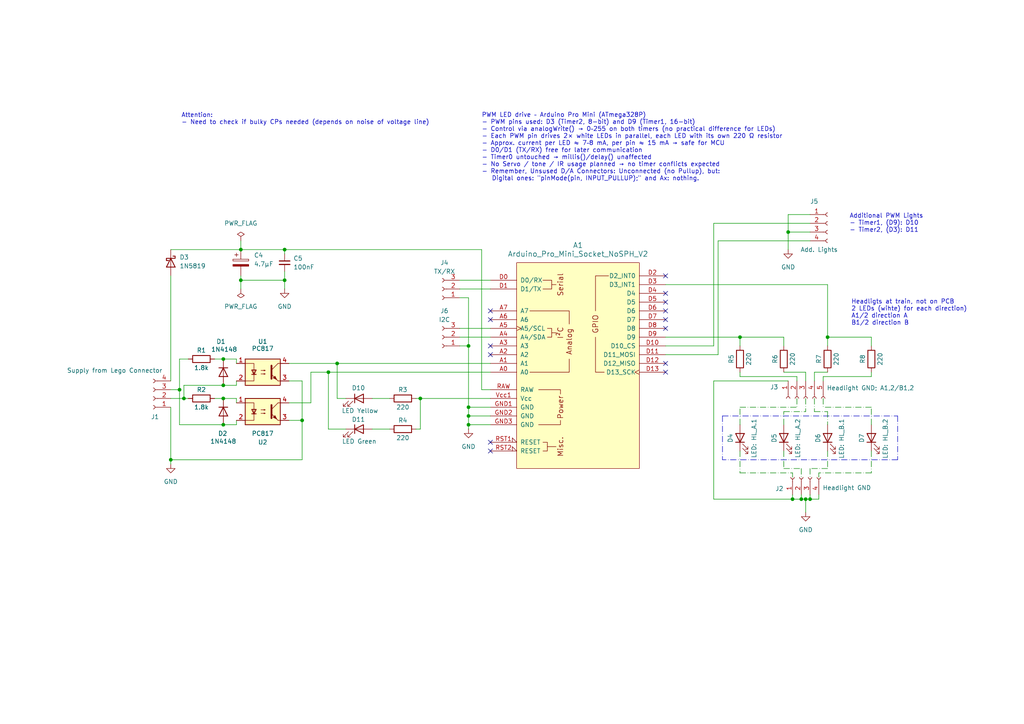
<source format=kicad_sch>
(kicad_sch (version 20231120) (generator "eeschema") (generator_version "8.0")
  (paper "A4")
  (title_block (title "DenshaBekutoru 電車ベクトル (Train Vector)") (date "2025-11-10") (rev "#001") (company "ToGo-Lab") (comment 1 "- https://togo-lab.io/") (comment 2 "- Email: tgohle@togo-lab.io") (comment 3 "Thomas Gohle"))
  (lib_symbols
    (symbol "Connector:Conn_01x03_Socket" (pin_names (offset 1.016) hide)
      (property "Reference" "J" (at 0 5.08 0))
      (property "Value" "Conn_01x03_Socket" (at 0 -5.08 0))
      (symbol "Conn_01x03_Socket_1_1"
        (arc (start 0 -2.032) (mid -0.5058 -2.54) (end 0 -3.048) (stroke (width 0.1524)))
        (polyline (pts (xy -1.27 -2.54) (xy -0.508 -2.54)) (stroke (width 0.1524)))
        (polyline (pts (xy -1.27 0) (xy -0.508 0)) (stroke (width 0.1524)))
        (polyline (pts (xy -1.27 2.54) (xy -0.508 2.54)) (stroke (width 0.1524)))
        (arc (start 0 0.508) (mid -0.5058 0) (end 0 -0.508) (stroke (width 0.1524)))
        (arc (start 0 3.048) (mid -0.5058 2.54) (end 0 2.032) (stroke (width 0.1524)))
        (pin passive line (at -5.08 2.54 0) (length 3.81) (name "Pin_1") (number "1"))
        (pin passive line (at -5.08 0 0) (length 3.81) (name "Pin_2") (number "2"))
        (pin passive line (at -5.08 -2.54 0) (length 3.81) (name "Pin_3") (number "3"))
      )
    )
    (symbol "Connector:Conn_01x04_Socket" (pin_names (offset 1.016) hide)
      (property "Reference" "J" (at 0 5.08 0))
      (property "Value" "Conn_01x04_Socket" (at 0 -7.62 0))
      (symbol "Conn_01x04_Socket_1_1"
        (arc (start 0 -4.572) (mid -0.5058 -5.08) (end 0 -5.588) (stroke (width 0.1524)))
        (arc (start 0 -2.032) (mid -0.5058 -2.54) (end 0 -3.048) (stroke (width 0.1524)))
        (polyline (pts (xy -1.27 -5.08) (xy -0.508 -5.08)) (stroke (width 0.1524)))
        (polyline (pts (xy -1.27 -2.54) (xy -0.508 -2.54)) (stroke (width 0.1524)))
        (polyline (pts (xy -1.27 0) (xy -0.508 0)) (stroke (width 0.1524)))
        (polyline (pts (xy -1.27 2.54) (xy -0.508 2.54)) (stroke (width 0.1524)))
        (arc (start 0 0.508) (mid -0.5058 0) (end 0 -0.508) (stroke (width 0.1524)))
        (arc (start 0 3.048) (mid -0.5058 2.54) (end 0 2.032) (stroke (width 0.1524)))
        (pin passive line (at -5.08 2.54 0) (length 3.81) (name "Pin_1") (number "1"))
        (pin passive line (at -5.08 0 0) (length 3.81) (name "Pin_2") (number "2"))
        (pin passive line (at -5.08 -2.54 0) (length 3.81) (name "Pin_3") (number "3"))
        (pin passive line (at -5.08 -5.08 0) (length 3.81) (name "Pin_4") (number "4"))
      )
    )
    (symbol "Connector:Conn_01x05_Socket" (pin_names (offset 1.016) hide)
      (property "Reference" "J" (at 0 7.62 0))
      (property "Value" "Conn_01x05_Socket" (at 0 -7.62 0))
      (symbol "Conn_01x05_Socket_1_1"
        (arc (start 0 -4.572) (mid -0.5058 -5.08) (end 0 -5.588) (stroke (width 0.1524)))
        (arc (start 0 -2.032) (mid -0.5058 -2.54) (end 0 -3.048) (stroke (width 0.1524)))
        (polyline (pts (xy -1.27 -5.08) (xy -0.508 -5.08)) (stroke (width 0.1524)))
        (polyline (pts (xy -1.27 -2.54) (xy -0.508 -2.54)) (stroke (width 0.1524)))
        (polyline (pts (xy -1.27 0) (xy -0.508 0)) (stroke (width 0.1524)))
        (polyline (pts (xy -1.27 2.54) (xy -0.508 2.54)) (stroke (width 0.1524)))
        (polyline (pts (xy -1.27 5.08) (xy -0.508 5.08)) (stroke (width 0.1524)))
        (arc (start 0 0.508) (mid -0.5058 0) (end 0 -0.508) (stroke (width 0.1524)))
        (arc (start 0 3.048) (mid -0.5058 2.54) (end 0 2.032) (stroke (width 0.1524)))
        (arc (start 0 5.588) (mid -0.5058 5.08) (end 0 4.572) (stroke (width 0.1524)))
        (pin passive line (at -5.08 5.08 0) (length 3.81) (name "Pin_1") (number "1"))
        (pin passive line (at -5.08 2.54 0) (length 3.81) (name "Pin_2") (number "2"))
        (pin passive line (at -5.08 0 0) (length 3.81) (name "Pin_3") (number "3"))
        (pin passive line (at -5.08 -2.54 0) (length 3.81) (name "Pin_4") (number "4"))
        (pin passive line (at -5.08 -5.08 0) (length 3.81) (name "Pin_5") (number "5"))
      )
    )
    (symbol "Device:C_Polarized" (pin_numbers hide) (pin_names (offset 0.254))
      (property "Reference" "C" (at 0.635 2.54 0))
      (property "Value" "C_Polarized" (at 0.635 -2.54 0))
      (symbol "C_Polarized_0_1"
        (rectangle (start -2.286 0.508) (end 2.286 1.016))
        (polyline (pts (xy -1.778 2.286) (xy -0.762 2.286)))
        (polyline (pts (xy -1.27 2.794) (xy -1.27 1.778)))
        (rectangle (start 2.286 -0.508) (end -2.286 -1.016) (fill (type outline)))
      )
      (symbol "C_Polarized_1_1"
        (pin passive line (at 0 3.81 270) (length 2.794) (name "~") (number "1"))
        (pin passive line (at 0 -3.81 90) (length 2.794) (name "~") (number "2"))
      )
    )
    (symbol "Device:C_Small" (pin_numbers hide) (pin_names (offset 0.254) hide)
      (property "Reference" "C" (at 0.254 1.778 0))
      (property "Value" "C_Small" (at 0.254 -2.032 0))
      (symbol "C_Small_0_1"
        (polyline (pts (xy -1.524 -0.508) (xy 1.524 -0.508)) (stroke (width 0.3302)))
        (polyline (pts (xy -1.524 0.508) (xy 1.524 0.508)) (stroke (width 0.3048)))
      )
      (symbol "C_Small_1_1"
        (pin passive line (at 0 2.54 270) (length 2.032) (name "~") (number "1"))
        (pin passive line (at 0 -2.54 90) (length 2.032) (name "~") (number "2"))
      )
    )
    (symbol "Device:LED" (pin_numbers hide) (pin_names (offset 1.016) hide)
      (property "Reference" "D" (at 0 2.54 0))
      (property "Value" "LED" (at 0 -2.54 0))
      (symbol "LED_0_1"
        (polyline (pts (xy -1.27 -1.27) (xy -1.27 1.27)) (stroke (width 0.254)))
        (polyline (pts (xy -1.27 0) (xy 1.27 0)))
        (polyline (pts (xy 1.27 -1.27) (xy 1.27 1.27) (xy -1.27 0) (xy 1.27 -1.27)) (stroke (width 0.254)))
        (polyline (pts (xy -3.048 -0.762) (xy -4.572 -2.286) (xy -3.81 -2.286) (xy -4.572 -2.286) (xy -4.572 -1.524)))
        (polyline (pts (xy -1.778 -0.762) (xy -3.302 -2.286) (xy -2.54 -2.286) (xy -3.302 -2.286) (xy -3.302 -1.524)))
      )
      (symbol "LED_1_1"
        (pin passive line (at -3.81 0 0) (length 2.54) (name "K") (number "1"))
        (pin passive line (at 3.81 0 180) (length 2.54) (name "A") (number "2"))
      )
    )
    (symbol "Device:R" (pin_numbers hide) (pin_names (offset 0))
      (property "Reference" "R" (at 2.032 0 90))
      (property "Value" "R" (at 0 0 90))
      (symbol "R_0_1"
        (rectangle (start -1.016 -2.54) (end 1.016 2.54) (stroke (width 0.254)))
      )
      (symbol "R_1_1"
        (pin passive line (at 0 3.81 270) (length 1.27) (name "~") (number "1"))
        (pin passive line (at 0 -3.81 90) (length 1.27) (name "~") (number "2"))
      )
    )
    (symbol "Diode:1N4148" (pin_numbers hide) (pin_names hide)
      (property "Reference" "D" (at 0 2.54 0))
      (property "Value" "1N4148" (at 0 -2.54 0))
      (symbol "1N4148_0_1"
        (polyline (pts (xy -1.27 1.27) (xy -1.27 -1.27)) (stroke (width 0.254)))
        (polyline (pts (xy 1.27 0) (xy -1.27 0)))
        (polyline (pts (xy 1.27 1.27) (xy 1.27 -1.27) (xy -1.27 0) (xy 1.27 1.27)) (stroke (width 0.254)))
      )
      (symbol "1N4148_1_1"
        (pin passive line (at -3.81 0 0) (length 2.54) (name "K") (number "1"))
        (pin passive line (at 3.81 0 180) (length 2.54) (name "A") (number "2"))
      )
    )
    (symbol "Diode:1N5819" (pin_numbers hide) (pin_names (offset 1.016) hide)
      (property "Reference" "D" (at 0 2.54 0))
      (property "Value" "1N5819" (at 0 -2.54 0))
      (symbol "1N5819_0_1"
        (polyline (pts (xy 1.27 0) (xy -1.27 0)))
        (polyline (pts (xy 1.27 1.27) (xy 1.27 -1.27) (xy -1.27 0) (xy 1.27 1.27)) (stroke (width 0.254)))
        (polyline (pts (xy -1.905 0.635) (xy -1.905 1.27) (xy -1.27 1.27) (xy -1.27 -1.27) (xy -0.635 -1.27) (xy -0.635 -0.635)) (stroke (width 0.254)))
      )
      (symbol "1N5819_1_1"
        (pin passive line (at -3.81 0 0) (length 2.54) (name "K") (number "1"))
        (pin passive line (at 3.81 0 180) (length 2.54) (name "A") (number "2"))
      )
    )
    (symbol "Isolator:PC817" (pin_names (offset 1.016))
      (property "Reference" "U" (at -5.08 5.08 0))
      (property "Value" "PC817" (at 0 5.08 0))
      (symbol "PC817_0_1"
        (rectangle (start -5.08 3.81) (end 5.08 -3.81) (stroke (width 0.254)) (fill (type background)))
        (polyline (pts (xy -3.175 -0.635) (xy -1.905 -0.635)) (stroke (width 0.254)))
        (polyline (pts (xy 2.54 0.635) (xy 4.445 2.54)))
        (polyline (pts (xy 4.445 -2.54) (xy 2.54 -0.635)) (fill (type outline)))
        (polyline (pts (xy 4.445 -2.54) (xy 5.08 -2.54)))
        (polyline (pts (xy 4.445 2.54) (xy 5.08 2.54)))
        (polyline (pts (xy -5.08 2.54) (xy -2.54 2.54) (xy -2.54 -0.635)))
        (polyline (pts (xy -2.54 -0.635) (xy -2.54 -2.54) (xy -5.08 -2.54)))
        (polyline (pts (xy 2.54 1.905) (xy 2.54 -1.905) (xy 2.54 -1.905)) (stroke (width 0.508)))
        (polyline (pts (xy -2.54 -0.635) (xy -3.175 0.635) (xy -1.905 0.635) (xy -2.54 -0.635)) (stroke (width 0.254)))
        (polyline (pts (xy -0.508 -0.508) (xy 0.762 -0.508) (xy 0.381 -0.635) (xy 0.381 -0.381) (xy 0.762 -0.508)))
        (polyline (pts (xy -0.508 0.508) (xy 0.762 0.508) (xy 0.381 0.381) (xy 0.381 0.635) (xy 0.762 0.508)))
        (polyline (pts (xy 3.048 -1.651) (xy 3.556 -1.143) (xy 4.064 -2.159) (xy 3.048 -1.651) (xy 3.048 -1.651)) (fill (type outline)))
      )
      (symbol "PC817_1_1"
        (pin passive line (at -7.62 2.54 0) (length 2.54) (name "~") (number "1"))
        (pin passive line (at -7.62 -2.54 0) (length 2.54) (name "~") (number "2"))
        (pin passive line (at 7.62 -2.54 180) (length 2.54) (name "~") (number "3"))
        (pin passive line (at 7.62 2.54 180) (length 2.54) (name "~") (number "4"))
      )
    )
    (symbol "arduino-library:Arduino_Pro_Mini_Socket_NoSPH_V2" (pin_names (offset 1.016))
      (property "Reference" "A" (at 0 36.83 0))
      (property "Value" "Arduino_Pro_Mini_Socket_NoSPH_V2" (at 0 33.02 0))
      (symbol "Arduino_Pro_Mini_Socket_NoSPH_V2_0_0"
        (rectangle (start -17.78 30.48) (end 17.78 -29.21) (fill (type background)))
        (polyline (pts (xy -7.62 10.16) (xy -6.35 10.16)))
        (polyline (pts (xy -7.62 24.13) (xy -6.35 24.13)))
        (polyline (pts (xy -6.35 -22.86) (xy -8.89 -22.86)))
        (polyline (pts (xy -11.43 -16.51) (xy -5.08 -16.51) (xy -5.08 -15.24)))
        (polyline (pts (xy -5.08 -7.62) (xy -5.08 -6.35) (xy -11.43 -6.35)))
        (polyline (pts (xy -2.54 2.54) (xy -2.54 -1.27) (xy -13.97 -1.27)))
        (polyline (pts (xy -2.54 12.7) (xy -2.54 16.51) (xy -13.97 16.51)))
        (polyline (pts (xy -10.16 25.4) (xy -7.62 25.4) (xy -7.62 22.86) (xy -10.16 22.86)))
        (polyline (pts (xy -8.89 11.43) (xy -7.62 11.43) (xy -7.62 8.89) (xy -8.89 8.89)))
        (text "Analog" (at -2.54 7.62 900) (effects (font (size 1.524 1.524))))
        (text "I²C" (at -5.08 10.16 900) (effects (font (size 1.524 1.524))))
        (text "Misc." (at -5.08 -22.86 900) (effects (font (size 1.524 1.524))))
        (text "Power" (at -5.08 -11.43 900) (effects (font (size 1.524 1.524))))
        (text "Serial" (at -5.08 24.13 900) (effects (font (size 1.524 1.524))))
      )
      (symbol "Arduino_Pro_Mini_Socket_NoSPH_V2_0_1"
        (polyline (pts (xy 7.62 -1.27) (xy 5.08 -1.27) (xy 5.08 8.89)))
        (polyline (pts (xy 8.89 26.67) (xy 5.08 26.67) (xy 5.08 16.51)))
        (polyline (pts (xy -10.16 -24.13) (xy -8.89 -24.13) (xy -8.89 -21.59) (xy -10.16 -21.59)))
      )
      (symbol "Arduino_Pro_Mini_Socket_NoSPH_V2_1_0"
        (text "GPIO" (at 5.08 12.7 900) (effects (font (size 1.524 1.524))))
      )
      (symbol "Arduino_Pro_Mini_Socket_NoSPH_V2_1_1"
        (pin bidirectional line (at -25.4 -1.27 0) (length 7.62) (name "A0") (number "A0"))
        (pin bidirectional line (at -25.4 1.27 0) (length 7.62) (name "A1") (number "A1"))
        (pin bidirectional line (at -25.4 3.81 0) (length 7.62) (name "A2") (number "A2"))
        (pin bidirectional line (at -25.4 6.35 0) (length 7.62) (name "A3") (number "A3"))
        (pin bidirectional line (at -25.4 8.89 0) (length 7.62) (name "A4/SDA") (number "A4"))
        (pin bidirectional clock (at -25.4 11.43 0) (length 7.62) (name "A5/SCL") (number "A5"))
        (pin input line (at -25.4 13.97 0) (length 7.62) (name "A6") (number "A6"))
        (pin input line (at -25.4 16.51 0) (length 7.62) (name "A7") (number "A7"))
        (pin bidirectional line (at -25.4 25.4 0) (length 7.62) (name "D0/RX") (number "D0"))
        (pin bidirectional line (at -25.4 22.86 0) (length 7.62) (name "D1/TX") (number "D1"))
        (pin bidirectional line (at 25.4 6.35 180) (length 7.62) (name "D10_CS") (number "D10"))
        (pin bidirectional line (at 25.4 3.81 180) (length 7.62) (name "D11_MOSI") (number "D11"))
        (pin bidirectional line (at 25.4 1.27 180) (length 7.62) (name "D12_MISO") (number "D12"))
        (pin bidirectional clock (at 25.4 -1.27 180) (length 7.62) (name "D13_SCK") (number "D13"))
        (pin bidirectional line (at 25.4 26.67 180) (length 7.62) (name "D2_INT0") (number "D2"))
        (pin bidirectional line (at 25.4 24.13 180) (length 7.62) (name "D3_INT1") (number "D3"))
        (pin bidirectional line (at 25.4 21.59 180) (length 7.62) (name "D4") (number "D4"))
        (pin bidirectional line (at 25.4 19.05 180) (length 7.62) (name "D5") (number "D5"))
        (pin bidirectional line (at 25.4 16.51 180) (length 7.62) (name "D6") (number "D6"))
        (pin bidirectional line (at 25.4 13.97 180) (length 7.62) (name "D7") (number "D7"))
        (pin bidirectional line (at 25.4 11.43 180) (length 7.62) (name "D8") (number "D8"))
        (pin bidirectional line (at 25.4 8.89 180) (length 7.62) (name "D9") (number "D9"))
        (pin power_in line (at -25.4 -11.43 0) (length 7.62) (name "GND") (number "GND1"))
        (pin power_in line (at -25.4 -13.97 0) (length 7.62) (name "GND") (number "GND2"))
        (pin power_in line (at -25.4 -16.51 0) (length 7.62) (name "GND") (number "GND3"))
        (pin power_in line (at -25.4 -6.35 0) (length 7.62) (name "RAW") (number "RAW"))
        (pin open_collector input_low (at -25.4 -21.59 0) (length 7.62) (name "RESET") (number "RST1"))
        (pin open_collector input_low (at -25.4 -24.13 0) (length 7.62) (name "RESET") (number "RST2"))
        (pin power_in line (at -25.4 -8.89 0) (length 7.62) (name "Vcc") (number "Vcc1"))
      )
    )
    (symbol "power:GND" (power) (pin_numbers hide) (pin_names (offset 0) hide)
      (property "Value" "GND" (at 0 -3.81 0))
      (symbol "GND_0_1"
        (polyline (pts (xy 0 0) (xy 0 -1.27) (xy 1.27 -1.27) (xy 0 -2.54) (xy -1.27 -1.27) (xy 0 -1.27)))
      )
      (symbol "GND_1_1"
        (pin power_in line (at 0 0 270) (length 0) (name "~") (number "1"))
      )
    )
    (symbol "power:PWR_FLAG" (power) (pin_numbers hide) (pin_names (offset 0) hide)
      (property "Value" "PWR_FLAG" (at 0 3.81 0))
      (symbol "PWR_FLAG_0_0"
        (pin power_out line (at 0 0 90) (length 0) (name "~") (number "1"))
      )
      (symbol "PWR_FLAG_0_1"
        (polyline (pts (xy 0 0) (xy 0 1.27) (xy -1.016 1.905) (xy 0 2.54) (xy 1.016 1.905) (xy 0 1.27)))
      )
    )
  )
  (junction (at 49.53 133.35))
  (junction (at 135.89 120.65))
  (junction (at 52.07 113.03))
  (junction (at 214.63 97.79))
  (junction (at 87.63 121.92))
  (junction (at 234.95 144.78))
  (junction (at 135.89 123.19))
  (junction (at 64.77 123.19))
  (junction (at 53.34 115.57))
  (junction (at 229.87 144.78))
  (junction (at 82.55 81.28))
  (junction (at 69.85 72.39))
  (junction (at 64.77 104.14))
  (junction (at 97.79 105.41))
  (junction (at 64.77 115.57))
  (junction (at 228.6 67.31))
  (junction (at 82.55 72.39))
  (junction (at 135.89 118.11))
  (junction (at 95.25 107.95))
  (junction (at 232.41 144.78))
  (junction (at 121.92 115.57))
  (junction (at 69.85 81.28))
  (junction (at 240.03 97.79))
  (junction (at 233.68 144.78))
  (junction (at 135.89 100.33))
  (junction (at 64.77 111.76))
  (no_connect (at 193.04 95.25))
  (no_connect (at 142.24 102.87))
  (no_connect (at 142.24 92.71))
  (no_connect (at 193.04 90.17))
  (no_connect (at 193.04 92.71))
  (no_connect (at 193.04 107.95))
  (no_connect (at 142.24 100.33))
  (no_connect (at 142.24 130.81))
  (no_connect (at 193.04 85.09))
  (no_connect (at 193.04 105.41))
  (no_connect (at 142.24 128.27))
  (no_connect (at 142.24 90.17))
  (no_connect (at 193.04 87.63))
  (no_connect (at 193.04 80.01))
  (polyline (pts (xy 252.73 137.16) (xy 237.49 137.16)) (stroke (width 0) (type dash_dot) (color 0 132 0 1)))
  (wire (pts (xy 229.87 143.51) (xy 229.87 144.78)))
  (wire (pts (xy 207.01 110.49) (xy 207.01 144.78)))
  (wire (pts (xy 135.89 118.11) (xy 135.89 120.65)))
  (wire (pts (xy 64.77 111.76) (xy 68.58 111.76)))
  (wire (pts (xy 97.79 105.41) (xy 142.24 105.41)))
  (wire (pts (xy 135.89 123.19) (xy 142.24 123.19)))
  (polyline (pts (xy 252.73 130.81) (xy 252.73 137.16)) (stroke (width 0) (type dash_dot) (color 0 132 0 1)))
  (wire (pts (xy 49.53 72.39) (xy 69.85 72.39)))
  (wire (pts (xy 228.6 62.23) (xy 228.6 67.31)))
  (wire (pts (xy 52.07 123.19) (xy 64.77 123.19)))
  (wire (pts (xy 214.63 97.79) (xy 214.63 100.33)))
  (wire (pts (xy 133.35 81.28) (xy 142.24 81.28)))
  (wire (pts (xy 133.35 83.82) (xy 142.24 83.82)))
  (wire (pts (xy 234.95 67.31) (xy 228.6 67.31)))
  (wire (pts (xy 142.24 118.11) (xy 135.89 118.11)))
  (wire (pts (xy 252.73 97.79) (xy 240.03 97.79)))
  (wire (pts (xy 68.58 115.57) (xy 68.58 116.84)))
  (wire (pts (xy 193.04 97.79) (xy 214.63 97.79)))
  (polyline (pts (xy 240.03 135.89) (xy 234.95 135.89)) (stroke (width 0) (type dash_dot) (color 0 132 0 1)))
  (wire (pts (xy 135.89 120.65) (xy 135.89 123.19)))
  (wire (pts (xy 237.49 143.51) (xy 237.49 144.78)))
  (wire (pts (xy 228.6 67.31) (xy 228.6 72.39)))
  (wire (pts (xy 135.89 100.33) (xy 135.89 86.36)))
  (wire (pts (xy 90.17 107.95) (xy 90.17 116.84)))
  (wire (pts (xy 64.77 115.57) (xy 68.58 115.57)))
  (wire (pts (xy 83.82 105.41) (xy 97.79 105.41)))
  (wire (pts (xy 135.89 120.65) (xy 142.24 120.65)))
  (wire (pts (xy 193.04 102.87) (xy 208.28 102.87)))
  (wire (pts (xy 53.34 115.57) (xy 53.34 111.76)))
  (wire (pts (xy 229.87 144.78) (xy 232.41 144.78)))
  (wire (pts (xy 240.03 107.95) (xy 236.22 107.95)))
  (wire (pts (xy 232.41 143.51) (xy 232.41 144.78)))
  (wire (pts (xy 62.23 115.57) (xy 64.77 115.57)))
  (wire (pts (xy 252.73 100.33) (xy 252.73 97.79)))
  (polyline (pts (xy 229.87 137.16) (xy 229.87 138.43)) (stroke (width 0) (type dash_dot) (color 0 132 0 1)))
  (wire (pts (xy 139.7 113.03) (xy 139.7 72.39)))
  (polyline (pts (xy 214.63 137.16) (xy 229.87 137.16)) (stroke (width 0) (type dash_dot) (color 0 132 0 1)))
  (polyline (pts (xy 252.73 123.19) (xy 252.73 118.11)) (stroke (width 0) (type dash_dot) (color 0 132 0 1)))
  (wire (pts (xy 228.6 110.49) (xy 207.01 110.49)))
  (wire (pts (xy 100.33 124.46) (xy 95.25 124.46)))
  (wire (pts (xy 69.85 69.85) (xy 69.85 72.39)))
  (wire (pts (xy 87.63 121.92) (xy 87.63 110.49)))
  (polyline (pts (xy 214.63 118.11) (xy 231.14 118.11)) (stroke (width 0) (type dash_dot) (color 0 132 0 1)))
  (wire (pts (xy 227.33 107.95) (xy 233.68 107.95)))
  (wire (pts (xy 49.53 80.01) (xy 49.53 110.49)))
  (wire (pts (xy 135.89 118.11) (xy 135.89 100.33)))
  (wire (pts (xy 52.07 113.03) (xy 52.07 104.14)))
  (polyline (pts (xy 231.14 115.57) (xy 231.14 118.11)) (stroke (width 0) (type dash_dot) (color 0 132 0 1)))
  (wire (pts (xy 120.65 115.57) (xy 121.92 115.57)))
  (wire (pts (xy 83.82 110.49) (xy 87.63 110.49)))
  (wire (pts (xy 68.58 121.92) (xy 68.58 123.19)))
  (wire (pts (xy 64.77 123.19) (xy 68.58 123.19)))
  (wire (pts (xy 95.25 107.95) (xy 95.25 124.46)))
  (polyline (pts (xy 236.22 119.38) (xy 240.03 119.38)) (stroke (width 0) (type dash_dot) (color 0 132 0 1)))
  (polyline (pts (xy 233.68 115.57) (xy 233.68 119.38)) (stroke (width 0) (type dash_dot) (color 0 132 0 1)))
  (wire (pts (xy 53.34 111.76) (xy 64.77 111.76)))
  (wire (pts (xy 49.53 115.57) (xy 53.34 115.57)))
  (wire (pts (xy 234.95 62.23) (xy 228.6 62.23)))
  (wire (pts (xy 69.85 80.01) (xy 69.85 81.28)))
  (polyline (pts (xy 227.33 130.81) (xy 227.33 135.89)) (stroke (width 0) (type dash_dot) (color 0 132 0 1)))
  (polyline (pts (xy 237.49 137.16) (xy 237.49 138.43)) (stroke (width 0) (type dash_dot) (color 0 132 0 1)))
  (wire (pts (xy 87.63 121.92) (xy 87.63 133.35)))
  (wire (pts (xy 208.28 69.85) (xy 234.95 69.85)))
  (wire (pts (xy 52.07 113.03) (xy 52.07 123.19)))
  (wire (pts (xy 121.92 115.57) (xy 142.24 115.57)))
  (wire (pts (xy 193.04 82.55) (xy 240.03 82.55)))
  (wire (pts (xy 49.53 113.03) (xy 52.07 113.03)))
  (wire (pts (xy 193.04 100.33) (xy 207.01 100.33)))
  (wire (pts (xy 100.33 115.57) (xy 97.79 115.57)))
  (polyline (pts (xy 238.76 115.57) (xy 238.76 118.11)) (stroke (width 0) (type dash_dot) (color 0 132 0 1)))
  (wire (pts (xy 231.14 109.22) (xy 231.14 110.49)))
  (wire (pts (xy 107.95 124.46) (xy 113.03 124.46)))
  (wire (pts (xy 62.23 104.14) (xy 64.77 104.14)))
  (wire (pts (xy 207.01 144.78) (xy 229.87 144.78)))
  (wire (pts (xy 214.63 109.22) (xy 231.14 109.22)))
  (wire (pts (xy 49.53 133.35) (xy 49.53 134.62)))
  (wire (pts (xy 49.53 118.11) (xy 49.53 133.35)))
  (wire (pts (xy 97.79 105.41) (xy 97.79 115.57)))
  (wire (pts (xy 133.35 95.25) (xy 142.24 95.25)))
  (wire (pts (xy 68.58 104.14) (xy 68.58 105.41)))
  (wire (pts (xy 234.95 143.51) (xy 234.95 144.78)))
  (polyline (pts (xy 260.35 120.65) (xy 260.35 133.35)) (stroke (width 0) (type dash_dot)))
  (wire (pts (xy 49.53 133.35) (xy 87.63 133.35)))
  (wire (pts (xy 252.73 109.22) (xy 238.76 109.22)))
  (wire (pts (xy 135.89 123.19) (xy 135.89 124.46)))
  (wire (pts (xy 64.77 104.14) (xy 68.58 104.14)))
  (polyline (pts (xy 240.03 130.81) (xy 240.03 135.89)) (stroke (width 0) (type dash_dot) (color 0 132 0 1)))
  (polyline (pts (xy 234.95 135.89) (xy 234.95 138.43)) (stroke (width 0) (type dash_dot) (color 0 132 0 1)))
  (polyline (pts (xy 209.55 120.65) (xy 260.35 120.65)) (stroke (width 0) (type dash_dot)))
  (wire (pts (xy 240.03 82.55) (xy 240.03 97.79)))
  (wire (pts (xy 120.65 124.46) (xy 121.92 124.46)))
  (polyline (pts (xy 214.63 123.19) (xy 214.63 118.11)) (stroke (width 0) (type dash_dot) (color 0 132 0 1)))
  (wire (pts (xy 83.82 121.92) (xy 87.63 121.92)))
  (wire (pts (xy 53.34 115.57) (xy 54.61 115.57)))
  (wire (pts (xy 69.85 72.39) (xy 82.55 72.39)))
  (wire (pts (xy 232.41 144.78) (xy 233.68 144.78)))
  (wire (pts (xy 233.68 144.78) (xy 233.68 148.59)))
  (polyline (pts (xy 214.63 130.81) (xy 214.63 137.16)) (stroke (width 0) (type dash_dot) (color 0 132 0 1)))
  (wire (pts (xy 207.01 100.33) (xy 207.01 64.77)))
  (wire (pts (xy 121.92 115.57) (xy 121.92 124.46)))
  (polyline (pts (xy 227.33 135.89) (xy 232.41 135.89)) (stroke (width 0) (type dash_dot) (color 0 132 0 1)))
  (wire (pts (xy 142.24 113.03) (xy 139.7 113.03)))
  (wire (pts (xy 95.25 107.95) (xy 142.24 107.95)))
  (polyline (pts (xy 227.33 119.38) (xy 233.68 119.38)) (stroke (width 0) (type dash_dot) (color 0 132 0 1)))
  (wire (pts (xy 227.33 97.79) (xy 214.63 97.79)))
  (wire (pts (xy 52.07 104.14) (xy 54.61 104.14)))
  (polyline (pts (xy 260.35 133.35) (xy 209.55 133.35)) (stroke (width 0) (type dash_dot)))
  (wire (pts (xy 133.35 97.79) (xy 142.24 97.79)))
  (wire (pts (xy 240.03 97.79) (xy 240.03 100.33)))
  (polyline (pts (xy 240.03 119.38) (xy 240.03 123.19)) (stroke (width 0) (type dash_dot) (color 0 132 0 1)))
  (wire (pts (xy 207.01 64.77) (xy 234.95 64.77)))
  (wire (pts (xy 252.73 107.95) (xy 252.73 109.22)))
  (wire (pts (xy 233.68 107.95) (xy 233.68 110.49)))
  (polyline (pts (xy 227.33 123.19) (xy 227.33 119.38)) (stroke (width 0) (type dash_dot) (color 0 132 0 1)))
  (polyline (pts (xy 236.22 115.57) (xy 236.22 119.38)) (stroke (width 0) (type dash_dot) (color 0 132 0 1)))
  (wire (pts (xy 135.89 100.33) (xy 133.35 100.33)))
  (wire (pts (xy 82.55 81.28) (xy 69.85 81.28)))
  (wire (pts (xy 107.95 115.57) (xy 113.03 115.57)))
  (polyline (pts (xy 209.55 120.65) (xy 209.55 133.35)) (stroke (width 0) (type dash_dot)))
  (wire (pts (xy 208.28 102.87) (xy 208.28 69.85)))
  (wire (pts (xy 133.35 86.36) (xy 135.89 86.36)))
  (wire (pts (xy 214.63 107.95) (xy 214.63 109.22)))
  (wire (pts (xy 236.22 107.95) (xy 236.22 110.49)))
  (wire (pts (xy 227.33 100.33) (xy 227.33 97.79)))
  (wire (pts (xy 139.7 72.39) (xy 82.55 72.39)))
  (polyline (pts (xy 232.41 135.89) (xy 232.41 138.43)) (stroke (width 0) (type dash_dot) (color 0 132 0 1)))
  (wire (pts (xy 82.55 78.74) (xy 82.55 81.28)))
  (wire (pts (xy 238.76 109.22) (xy 238.76 110.49)))
  (polyline (pts (xy 252.73 118.11) (xy 238.76 118.11)) (stroke (width 0) (type dash_dot) (color 0 132 0 1)))
  (wire (pts (xy 90.17 107.95) (xy 95.25 107.95)))
  (wire (pts (xy 82.55 72.39) (xy 82.55 73.66)))
  (wire (pts (xy 234.95 144.78) (xy 237.49 144.78)))
  (wire (pts (xy 68.58 110.49) (xy 68.58 111.76)))
  (wire (pts (xy 83.82 116.84) (xy 90.17 116.84)))
  (wire (pts (xy 69.85 81.28) (xy 69.85 83.82)))
  (wire (pts (xy 82.55 81.28) (xy 82.55 83.82)))
  (wire (pts (xy 233.68 144.78) (xy 234.95 144.78)))
  (text "PWM LED drive – Arduino Pro Mini (ATmega328P)\n- PWM pins used: D3 (Timer2, 8-bit) and D9 (Timer1, 16-bit)\n- Control via analogWrite() → 0–255 on both timers (no practical difference for LEDs)\n- Each PWM pin drives 2× white LEDs in parallel, each LED with its own 220 Ω resistor\n- Approx. current per LED ≈ 7–8 mA, per pin ≈ 15 mA → safe for MCU\n- D0/D1 (TX/RX) free for later communication\n- Timer0 untouched → millis()/delay() unaffected\n- No Servo / tone / IR usage planned → no timer conflicts expected\n- Remember, Unsused D/A Connectors: Unconnected (no Pullup), but:\n   Digital ones: \"pinMode(pin, INPUT_PULLUP);\" and Ax: nothing." (at 139.7 42.672 0) (effects (font (size 1.27 1.27)) (justify left)))
  (text "Headligts at train, not on PCB\n2 LEDs (wihte) for each direction)\nA1/2 direction A\nB1/2 direction B" (at 246.888 90.678 0) (effects (font (size 1.27 1.27)) (justify left)))
  (text "Attention:\n- Need to check if bulky CPs needed (depends on noise of voltage line)" (at 52.578 34.544 0) (effects (font (size 1.27 1.27)) (justify left)))
  (text "Additional PWM Lights\n- Timer1, (D9): D10\n- Timer2, (D3): D11" (at 246.38 64.77 0) (effects (font (size 1.27 1.27)) (justify left)))
  (symbol (lib_id "Device:R") (at 116.84 124.46 90) (unit 1)
    (property "Reference" "R4" (at 116.84 121.92 90))
    (property "Value" "220" (at 116.84 127 90))
    (property "Footprint" "Resistor_THT:R_Axial_DIN0204_L3.6mm_D1.6mm_P5.08mm_Horizontal" (effects (hide yes)))
    (property "Description" "Resistor" (effects (hide yes)))
  )
  (symbol (lib_id "Device:LED") (at 227.33 127 90) (unit 1) (exclude_from_sim yes) (in_bom no) (on_board no)
    (property "Reference" "D5" (at 224.536 125.73 0) (effects (justify right)))
    (property "Value" "LED: HL_A.2" (at 231.394 121.412 0) (effects (justify right)))
    (property "Description" "Light emitting diode" (effects (hide yes)))
  )
  (symbol (lib_id "power:PWR_FLAG") (at 69.85 69.85 0) (unit 1)
    (property "Reference" "#FLG2" (effects (hide yes)))
    (property "Value" "PWR_FLAG" (at 69.85 64.77 0))
    (property "Description" "Special symbol for telling ERC where power comes from" (effects (hide yes)))
  )
  (symbol (lib_id "Device:R") (at 240.03 104.14 180) (unit 1)
    (property "Reference" "R7" (at 237.49 104.14 90))
    (property "Value" "220" (at 242.57 104.14 90))
    (property "Footprint" "Resistor_THT:R_Axial_DIN0204_L3.6mm_D1.6mm_P1.90mm_Vertical" (effects (hide yes)))
    (property "Description" "Resistor" (effects (hide yes)))
  )
  (symbol (lib_id "Device:LED") (at 214.63 127 90) (unit 1) (exclude_from_sim yes) (in_bom no) (on_board no)
    (property "Reference" "D4" (at 211.836 125.73 0) (effects (justify right)))
    (property "Value" "LED: HL_A.1" (at 218.694 121.412 0) (effects (justify right)))
    (property "Description" "Light emitting diode" (effects (hide yes)))
  )
  (symbol (lib_id "Diode:1N5819") (at 49.53 76.2 270) (unit 1)
    (property "Reference" "D3" (at 52.07 74.6124 90) (effects (justify left)))
    (property "Value" "1N5819" (at 52.07 77.1524 90) (effects (justify left)))
    (property "Footprint" "Diode_THT:D_DO-41_SOD81_P10.16mm_Horizontal" (effects (hide yes)))
    (property "Datasheet" "http://www.vishay.com/docs/88525/1n5817.pdf" (effects (hide yes)))
    (property "Description" "40V 1A Schottky Barrier Rectifier Diode, DO-41" (effects (hide yes)))
  )
  (symbol (lib_id "Connector:Conn_01x04_Socket") (at 240.03 64.77 0) (unit 1)
    (property "Reference" "J5" (at 234.95 58.42 0) (effects (justify left)))
    (property "Value" "Add. Lights" (at 232.156 72.39 0) (effects (justify left)))
    (property "Description" "Generic connector, single row, 01x04, script generated" (effects (hide yes)))
  )
  (symbol (lib_id "power:GND") (at 228.6 72.39 0) (unit 1)
    (property "Reference" "#PWR3" (effects (hide yes)))
    (property "Value" "GND" (at 228.6 77.47 0))
    (property "Description" "Power symbol creates a global label with name \"GND\" , ground" (effects (hide yes)))
  )
  (symbol (lib_id "arduino-library:Arduino_Pro_Mini_Socket_NoSPH_V2") (at 167.64 106.68 0) (unit 1)
    (property "Reference" "A1" (at 167.64 71.12 0) (effects (font (size 1.524 1.524))))
    (property "Value" "Arduino_Pro_Mini_Socket_NoSPH_V2" (at 167.64 73.66 0) (effects (font (size 1.524 1.524))))
    (property "Footprint" "arduino-library:Arduino_Pro_Mini_Socket_NoSPH_V2" (effects (hide yes)))
    (property "Datasheet" "https://docs.arduino.cc/retired/boards/arduino-pro-mini" (effects (hide yes)))
    (property "Description" "Socket for Arduino Pro Mini (without Programming Header Pins)" (effects (hide yes)))
  )
  (symbol (lib_id "Diode:1N4148") (at 64.77 119.38 270) (unit 1)
    (property "Reference" "D2" (at 63.246 125.73 90) (effects (justify left)))
    (property "Value" "1N4148" (at 60.96 128.016 90) (effects (justify left)))
    (property "Footprint" "Diode_THT:D_DO-41_SOD81_P7.62mm_Horizontal" (effects (hide yes)))
    (property "Datasheet" "https://assets.nexperia.com/documents/data-sheet/1N4148_1N4448.pdf" (effects (hide yes)))
    (property "Description" "100V 0.15A standard switching diode, DO-35" (effects (hide yes)))
    (property "Sim.Device" "D" (effects (hide yes)))
    (property "Sim.Pins" "1=K 2=A" (effects (hide yes)))
  )
  (symbol (lib_id "Device:R") (at 58.42 115.57 90) (unit 1)
    (property "Reference" "R2" (at 58.42 113.03 90))
    (property "Value" "1.8k" (at 58.42 118.11 90))
    (property "Footprint" "Resistor_THT:R_Axial_DIN0204_L3.6mm_D1.6mm_P5.08mm_Horizontal" (effects (hide yes)))
    (property "Description" "Resistor" (effects (hide yes)))
  )
  (symbol (lib_id "power:GND") (at 82.55 83.82 0) (unit 1)
    (property "Reference" "#PWR5" (effects (hide yes)))
    (property "Value" "GND" (at 82.55 88.9 0))
    (property "Description" "Power symbol creates a global label with name \"GND\" , ground" (effects (hide yes)))
  )
  (symbol (lib_id "Device:R") (at 58.42 104.14 90) (unit 1)
    (property "Reference" "R1" (at 58.42 101.6 90))
    (property "Value" "1.8k" (at 58.42 106.68 90))
    (property "Footprint" "Resistor_THT:R_Axial_DIN0207_L6.3mm_D2.5mm_P2.54mm_Vertical" (effects (hide yes)))
    (property "Description" "Resistor" (effects (hide yes)))
  )
  (symbol (lib_id "Device:R") (at 227.33 104.14 180) (unit 1)
    (property "Reference" "R6" (at 224.79 104.14 90))
    (property "Value" "220" (at 229.87 104.14 90))
    (property "Footprint" "Resistor_THT:R_Axial_DIN0204_L3.6mm_D1.6mm_P1.90mm_Vertical" (effects (hide yes)))
    (property "Description" "Resistor" (effects (hide yes)))
  )
  (symbol (lib_id "Isolator:PC817") (at 76.2 107.95 0) (unit 1)
    (property "Reference" "U1" (at 76.2 99.06 0))
    (property "Value" "PC817" (at 76.2 101.092 0))
    (property "Footprint" "Package_DIP:DIP-4_W7.62mm" (effects (hide yes)))
    (property "Datasheet" "http://www.soselectronic.cz/a_info/resource/d/pc817.pdf" (effects (hide yes)))
    (property "Description" "DC Optocoupler, Vce 35V, CTR 50-300%, DIP-4" (effects (hide yes)))
  )
  (symbol (lib_id "Connector:Conn_01x03_Socket") (at 128.27 97.79 180) (unit 1)
    (property "Reference" "J6" (at 128.905 90.17 0))
    (property "Value" "I2C" (at 128.905 92.71 0))
    (property "Footprint" "Connector_JST:JST_PH_B3B-PH-K_1x03_P2.00mm_Vertical" (effects (hide yes)))
    (property "Description" "Generic connector, single row, 01x03, script generated" (effects (hide yes)))
  )
  (symbol (lib_id "Isolator:PC817") (at 76.2 119.38 0) (unit 1)
    (property "Reference" "U2" (at 76.2 128.27 0))
    (property "Value" "PC817" (at 76.2 125.73 0))
    (property "Footprint" "Package_DIP:DIP-4_W7.62mm" (effects (hide yes)))
    (property "Datasheet" "http://www.soselectronic.cz/a_info/resource/d/pc817.pdf" (effects (hide yes)))
    (property "Description" "DC Optocoupler, Vce 35V, CTR 50-300%, DIP-4" (effects (hide yes)))
  )
  (symbol (lib_id "power:GND") (at 49.53 134.62 0) (unit 1)
    (property "Reference" "#PWR7" (effects (hide yes)))
    (property "Value" "GND" (at 49.53 139.7 0))
    (property "Description" "Power symbol creates a global label with name \"GND\" , ground" (effects (hide yes)))
  )
  (symbol (lib_id "Device:C_Small") (at 82.55 76.2 0) (unit 1)
    (property "Reference" "C5" (at 85.09 74.9362 0) (effects (justify left)))
    (property "Value" "100nF" (at 85.09 77.4762 0) (effects (justify left)))
    (property "Footprint" "Capacitor_THT:C_Disc_D3.0mm_W1.6mm_P2.50mm" (effects (hide yes)))
    (property "Description" "Unpolarized capacitor, small symbol" (effects (hide yes)))
  )
  (symbol (lib_id "Device:LED") (at 240.03 127 90) (unit 1) (exclude_from_sim yes) (in_bom no) (on_board no)
    (property "Reference" "D6" (at 237.236 125.73 0) (effects (justify right)))
    (property "Value" "LED: HL_B.1" (at 244.094 121.412 0) (effects (justify right)))
    (property "Description" "Light emitting diode" (effects (hide yes)))
  )
  (symbol (lib_id "power:GND") (at 233.68 148.59 0) (unit 1)
    (property "Reference" "#PWR1" (effects (hide yes)))
    (property "Value" "GND" (at 233.68 153.67 0))
    (property "Description" "Power symbol creates a global label with name \"GND\" , ground" (effects (hide yes)))
  )
  (symbol (lib_id "Connector:Conn_01x04_Socket") (at 232.41 138.43 90) (unit 1)
    (property "Reference" "J2" (at 226.06 141.732 90))
    (property "Value" "Headlight GND" (at 245.618 141.478 90))
    (property "Footprint" "Connector_PinSocket_2.54mm:PinSocket_1x04_P2.54mm_Vertical" (effects (hide yes)))
    (property "Description" "Generic connector, single row, 01x04, script generated" (effects (hide yes)))
  )
  (symbol (lib_id "power:PWR_FLAG") (at 69.85 83.82 180) (unit 1)
    (property "Reference" "#FLG1" (effects (hide yes)))
    (property "Value" "PWR_FLAG" (at 69.85 88.9 0))
    (property "Description" "Special symbol for telling ERC where power comes from" (effects (hide yes)))
  )
  (symbol (lib_id "Device:LED") (at 104.14 124.46 0) (unit 1)
    (property "Reference" "D11" (at 105.918 121.666 0) (effects (justify right)))
    (property "Value" "LED Green" (at 109.22 128.016 0) (effects (justify right)))
    (property "Footprint" "LED_THT:LED_D1.8mm_W3.3mm_H2.4mm" (effects (hide yes)))
    (property "Description" "Light emitting diode" (effects (hide yes)))
  )
  (symbol (lib_id "Device:R") (at 252.73 104.14 180) (unit 1)
    (property "Reference" "R8" (at 250.19 104.14 90))
    (property "Value" "220" (at 255.27 104.14 90))
    (property "Footprint" "Resistor_THT:R_Axial_DIN0204_L3.6mm_D1.6mm_P1.90mm_Vertical" (effects (hide yes)))
    (property "Description" "Resistor" (effects (hide yes)))
  )
  (symbol (lib_id "Device:LED") (at 104.14 115.57 0) (unit 1)
    (property "Reference" "D10" (at 105.918 112.522 0) (effects (justify right)))
    (property "Value" "LED Yellow" (at 109.728 119.126 0) (effects (justify right)))
    (property "Footprint" "LED_THT:LED_D5.0mm" (effects (hide yes)))
    (property "Description" "Light emitting diode" (effects (hide yes)))
  )
  (symbol (lib_id "Device:R") (at 214.63 104.14 180) (unit 1)
    (property "Reference" "R5" (at 212.09 104.14 90))
    (property "Value" "220" (at 217.17 104.14 90))
    (property "Footprint" "Resistor_THT:R_Axial_DIN0204_L3.6mm_D1.6mm_P1.90mm_Vertical" (effects (hide yes)))
    (property "Description" "Resistor" (effects (hide yes)))
  )
  (symbol (lib_id "Connector:Conn_01x03_Socket") (at 128.27 83.82 180) (unit 1)
    (property "Reference" "J4" (at 128.905 76.2 0))
    (property "Value" "TX/RX" (at 128.905 78.74 0))
    (property "Footprint" "Connector_JST:JST_PH_B3B-PH-K_1x03_P2.00mm_Vertical" (effects (hide yes)))
    (property "Description" "Generic connector, single row, 01x03, script generated" (effects (hide yes)))
  )
  (symbol (lib_id "Device:C_Polarized") (at 69.85 76.2 0) (unit 1)
    (property "Reference" "C4" (at 73.66 74.0409 0) (effects (justify left)))
    (property "Value" "4.7µF" (at 73.66 76.5809 0) (effects (justify left)))
    (property "Footprint" "Capacitor_THT:CP_Axial_L10.0mm_D6.0mm_P15.00mm_Horizontal" (effects (hide yes)))
    (property "Description" "Polarized capacitor" (effects (hide yes)))
  )
  (symbol (lib_id "Device:R") (at 116.84 115.57 270) (mirror x) (unit 1)
    (property "Reference" "R3" (at 116.84 113.03 90))
    (property "Value" "220" (at 116.84 118.11 90))
    (property "Footprint" "Resistor_THT:R_Axial_DIN0204_L3.6mm_D1.6mm_P5.08mm_Horizontal" (effects (hide yes)))
    (property "Description" "Resistor" (effects (hide yes)))
  )
  (symbol (lib_id "Connector:Conn_01x05_Socket") (at 233.68 115.57 90) (mirror x) (unit 1)
    (property "Reference" "J3" (at 224.536 112.268 90))
    (property "Value" "Headlight GND; A1,2/B1,2" (at 252.476 112.522 90))
    (property "Footprint" "Connector_PinSocket_2.54mm:PinSocket_1x05_P2.54mm_Vertical" (effects (hide yes)))
    (property "Description" "Generic connector, single row, 01x05, script generated" (effects (hide yes)))
  )
  (symbol (lib_id "power:GND") (at 135.89 124.46 0) (unit 1)
    (property "Reference" "#PWR2" (effects (hide yes)))
    (property "Value" "GND" (at 135.89 129.54 0))
    (property "Description" "Power symbol creates a global label with name \"GND\" , ground" (effects (hide yes)))
  )
  (symbol (lib_id "Connector:Conn_01x04_Socket") (at 44.45 115.57 180) (unit 1)
    (property "Reference" "J1" (at 44.958 120.904 0))
    (property "Value" "Supply from Lego Connector" (at 33.274 107.442 0))
    (property "Footprint" "Connector_PinHeader_2.54mm:PinHeader_1x04_P2.54mm_Horizontal" (effects (hide yes)))
    (property "Description" "Generic connector, single row, 01x04, script generated" (effects (hide yes)))
  )
  (symbol (lib_id "Diode:1N4148") (at 64.77 107.95 270) (unit 1)
    (property "Reference" "D1" (at 62.738 99.06 90) (effects (justify left)))
    (property "Value" "1N4148" (at 61.214 101.346 90) (effects (justify left)))
    (property "Footprint" "Diode_THT:D_DO-41_SOD81_P7.62mm_Horizontal" (effects (hide yes)))
    (property "Datasheet" "https://assets.nexperia.com/documents/data-sheet/1N4148_1N4448.pdf" (effects (hide yes)))
    (property "Description" "100V 0.15A standard switching diode, DO-35" (effects (hide yes)))
    (property "Sim.Device" "D" (effects (hide yes)))
    (property "Sim.Pins" "1=K 2=A" (effects (hide yes)))
  )
  (symbol (lib_id "Device:LED") (at 252.73 127 90) (unit 1) (exclude_from_sim yes) (in_bom no) (on_board no)
    (property "Reference" "D7" (at 249.936 125.73 0) (effects (justify right)))
    (property "Value" "LED: HL_B.2" (at 256.794 121.412 0) (effects (justify right)))
    (property "Description" "Light emitting diode" (effects (hide yes)))
  )
)
</source>
